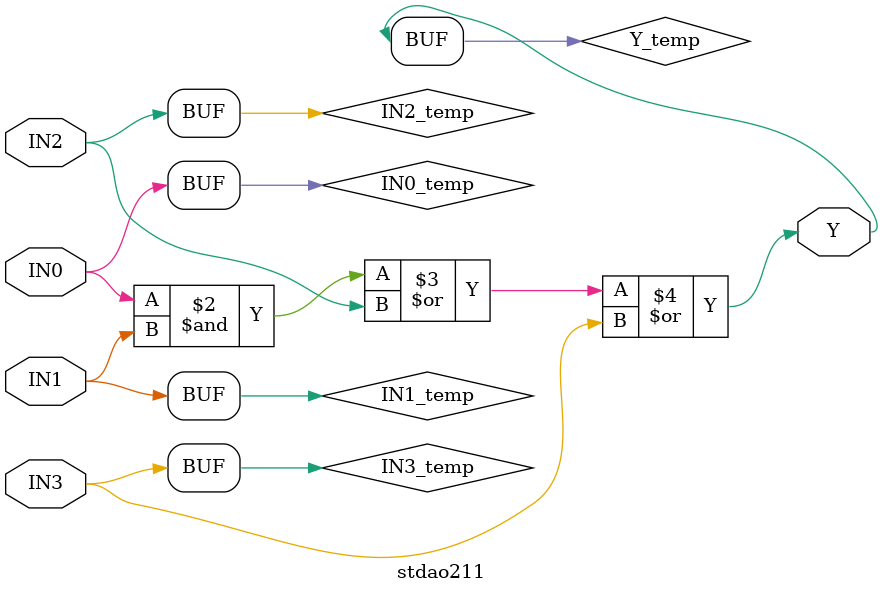
<source format=v>
module stdao211(IN0,IN1,IN2,IN3,Y);
  parameter
        d_IN0_r = 0,
        d_IN0_f = 0,
        d_IN1_r = 0,
        d_IN1_f = 0,
        d_IN2_r = 0,
        d_IN2_f = 0,
        d_IN3_r = 0,
        d_IN3_f = 0,
        d_Y_r = 1,
        d_Y_f = 1;
  input  IN0;
  input  IN1;
  input  IN2;
  input  IN3;
  output  Y;
  wire  IN0_temp;
  wire  IN1_temp;
  wire  IN2_temp;
  wire  IN3_temp;
  reg  Y_temp;
  assign #(d_IN0_r,d_IN0_f) IN0_temp = IN0;
  assign #(d_IN1_r,d_IN1_f) IN1_temp = IN1;
  assign #(d_IN2_r,d_IN2_f) IN2_temp = IN2;
  assign #(d_IN3_r,d_IN3_f) IN3_temp = IN3;
  assign #(d_Y_r,d_Y_f) Y = Y_temp;
  always
    @(IN0_temp or IN1_temp or IN2_temp or IN3_temp)
      begin
      Y_temp = (((IN0_temp & IN1_temp) | IN2_temp) | IN3_temp);
      end
endmodule

</source>
